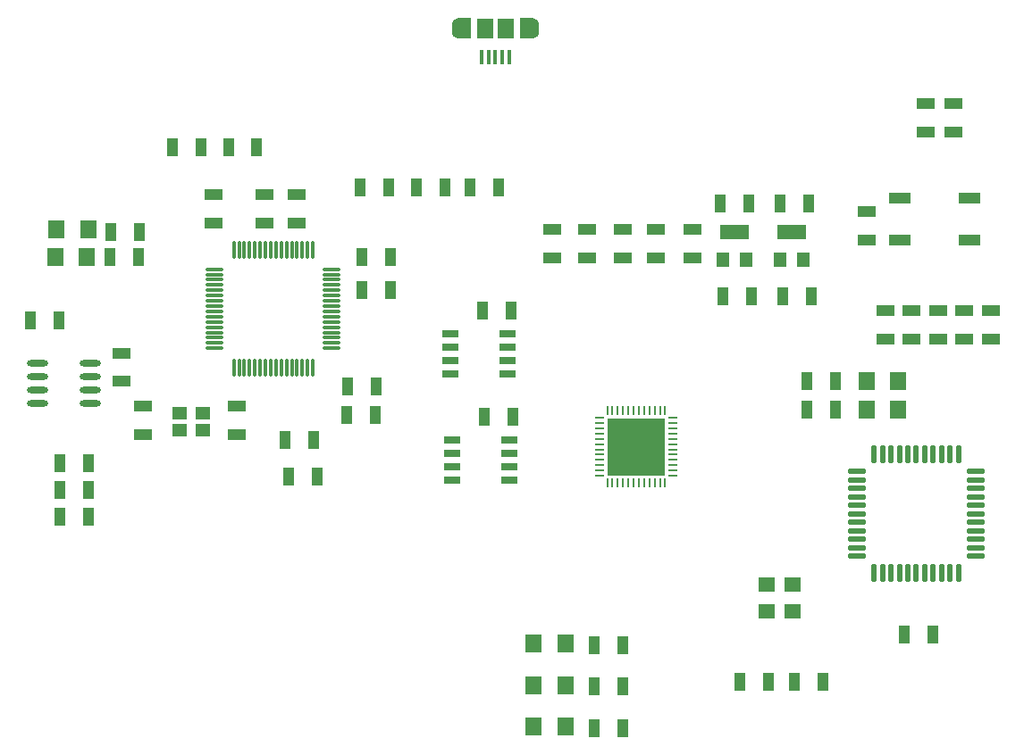
<source format=gtp>
G04*
G04 #@! TF.GenerationSoftware,Altium Limited,Altium Designer,18.1.7 (191)*
G04*
G04 Layer_Color=8421504*
%FSLAX44Y44*%
%MOMM*%
G71*
G01*
G75*
%ADD18C,0.5000*%
%ADD19R,1.1000X1.7000*%
%ADD20R,1.7000X1.1000*%
%ADD21O,1.7500X0.5500*%
%ADD22O,0.5500X1.7500*%
%ADD23O,1.8000X0.3000*%
%ADD24O,0.3000X1.8000*%
%ADD25R,2.0000X1.0000*%
%ADD26O,2.0000X0.6000*%
%ADD27R,1.5000X1.4000*%
%ADD28R,1.5000X1.9000*%
%ADD29R,0.4000X1.3500*%
%ADD30R,1.6000X1.8000*%
%ADD31R,5.4000X5.4000*%
%ADD32R,0.2200X0.8100*%
%ADD33R,0.8100X0.2200*%
%ADD34R,1.5250X0.6500*%
%ADD35R,2.8000X1.4000*%
%ADD36R,1.2000X1.4000*%
%ADD37R,1.4000X1.2000*%
G36*
X500740Y895460D02*
X495740D01*
Y904460D01*
X500740D01*
X500740Y895460D01*
D02*
G37*
G36*
X423740Y895460D02*
X418740D01*
X418740Y904460D01*
X423740D01*
Y895460D01*
D02*
G37*
G36*
X495740Y890460D02*
X482740D01*
Y909460D01*
X495740D01*
Y890460D01*
D02*
G37*
G36*
X436740D02*
X423740D01*
Y909460D01*
X436740D01*
Y890460D01*
D02*
G37*
G36*
X610209Y485920D02*
X576180D01*
Y519949D01*
X610209D01*
Y485920D01*
D02*
G37*
D18*
X498240Y895460D02*
X497319Y897399D01*
X495234Y897908D01*
X493522Y896613D01*
X493463Y894428D01*
X495146Y893031D01*
X497284Y893493D01*
X498240Y895460D01*
X426240Y895460D02*
X425014Y897611D01*
X426238Y895350D02*
X426240Y895460D01*
X425014Y897611D02*
X424740Y897751D01*
Y893169D02*
X426238Y895350D01*
X424740Y897751D02*
X422371Y897552D01*
X421240Y895460D01*
X422371Y893368D01*
X424740Y893169D01*
X426240Y904460D02*
X425421Y906310D01*
X422877Y906806D01*
X421260Y904780D01*
X422309Y902410D01*
X424896Y902243D01*
X426240Y904460D01*
X498240Y904460D02*
X496752Y906746D01*
X494059Y906310D01*
X493272Y904060D01*
X494728Y902174D01*
X497104Y902365D01*
X498240Y904460D01*
D19*
X756494Y733900D02*
D03*
X729494D02*
D03*
X264160Y474980D02*
D03*
X291160D02*
D03*
X260820Y509025D02*
D03*
X287820D02*
D03*
X95330Y706220D02*
D03*
X122330D02*
D03*
X770135Y280200D02*
D03*
X743135D02*
D03*
X718108Y280200D02*
D03*
X691108D02*
D03*
X45960Y623000D02*
D03*
X18960D02*
D03*
X206750Y787400D02*
D03*
X233751D02*
D03*
X874560Y325120D02*
D03*
X847560D02*
D03*
X319710Y560188D02*
D03*
X346710D02*
D03*
X94830Y683220D02*
D03*
X121830D02*
D03*
X346240Y533400D02*
D03*
X319240D02*
D03*
X74460Y487700D02*
D03*
X47460D02*
D03*
X74460Y462300D02*
D03*
X47460D02*
D03*
X74460Y436900D02*
D03*
X47460D02*
D03*
X782120Y565301D02*
D03*
X755120D02*
D03*
X153595Y787000D02*
D03*
X180595D02*
D03*
X782120Y538302D02*
D03*
X755120D02*
D03*
X580389Y314846D02*
D03*
X553389D02*
D03*
X553389Y275434D02*
D03*
X580389D02*
D03*
X699545Y733900D02*
D03*
X672545D02*
D03*
X476231Y531490D02*
D03*
X449231D02*
D03*
X474609Y632248D02*
D03*
X447609D02*
D03*
X674995Y645757D02*
D03*
X701995D02*
D03*
X731810Y645757D02*
D03*
X758811D02*
D03*
X580389Y236020D02*
D03*
X553389D02*
D03*
X463080Y748928D02*
D03*
X436080D02*
D03*
X411929D02*
D03*
X384929D02*
D03*
X358530Y748928D02*
D03*
X331530D02*
D03*
X360210Y683301D02*
D03*
X333210D02*
D03*
X333210Y651329D02*
D03*
X360210D02*
D03*
D20*
X646900Y682460D02*
D03*
Y709460D02*
D03*
X192450Y715480D02*
D03*
Y742480D02*
D03*
X271780Y715480D02*
D03*
Y742480D02*
D03*
X241300Y715480D02*
D03*
Y742480D02*
D03*
X105410Y591850D02*
D03*
Y564850D02*
D03*
X811470Y698820D02*
D03*
Y725820D02*
D03*
X612140Y709460D02*
D03*
Y682460D02*
D03*
X580225Y709460D02*
D03*
Y682460D02*
D03*
X546887Y709460D02*
D03*
Y682460D02*
D03*
X513550Y709460D02*
D03*
Y682460D02*
D03*
X894080Y801840D02*
D03*
Y828840D02*
D03*
X867091Y801700D02*
D03*
Y828700D02*
D03*
X829300Y632200D02*
D03*
Y605200D02*
D03*
X854300Y632200D02*
D03*
Y605200D02*
D03*
X879300Y632200D02*
D03*
Y605200D02*
D03*
X904299Y632200D02*
D03*
Y605200D02*
D03*
X929300Y632200D02*
D03*
Y605200D02*
D03*
X214310Y514688D02*
D03*
Y541689D02*
D03*
X125810Y514563D02*
D03*
Y541563D02*
D03*
D21*
X915020Y479288D02*
D03*
Y471288D02*
D03*
Y447289D02*
D03*
Y439289D02*
D03*
Y463288D02*
D03*
Y455289D02*
D03*
Y431289D02*
D03*
Y407289D02*
D03*
Y399289D02*
D03*
Y423289D02*
D03*
Y415289D02*
D03*
X802020Y479288D02*
D03*
Y471288D02*
D03*
Y463288D02*
D03*
Y439289D02*
D03*
Y431289D02*
D03*
Y455289D02*
D03*
Y447289D02*
D03*
Y423289D02*
D03*
Y407289D02*
D03*
Y399289D02*
D03*
Y415289D02*
D03*
D22*
X890520Y495789D02*
D03*
X898520D02*
D03*
X874520D02*
D03*
X882520D02*
D03*
X858520D02*
D03*
X866520D02*
D03*
X842520D02*
D03*
X850520D02*
D03*
X866520Y382789D02*
D03*
X874520D02*
D03*
X850520D02*
D03*
X858520D02*
D03*
X890520D02*
D03*
X898520D02*
D03*
X882520D02*
D03*
X826520Y495789D02*
D03*
X834520D02*
D03*
X818520D02*
D03*
Y382789D02*
D03*
X826520D02*
D03*
X834520D02*
D03*
X842520D02*
D03*
D23*
X193860Y596328D02*
D03*
Y601329D02*
D03*
Y606328D02*
D03*
Y611329D02*
D03*
Y616328D02*
D03*
Y621329D02*
D03*
Y626328D02*
D03*
Y631329D02*
D03*
Y636328D02*
D03*
Y641329D02*
D03*
Y646328D02*
D03*
Y651329D02*
D03*
Y656328D02*
D03*
Y661329D02*
D03*
Y666328D02*
D03*
Y671329D02*
D03*
X304860D02*
D03*
Y666328D02*
D03*
Y661329D02*
D03*
Y656328D02*
D03*
Y651329D02*
D03*
Y646328D02*
D03*
Y641329D02*
D03*
Y636328D02*
D03*
Y631329D02*
D03*
Y626328D02*
D03*
Y621329D02*
D03*
Y616328D02*
D03*
Y611329D02*
D03*
Y606328D02*
D03*
Y601329D02*
D03*
Y596328D02*
D03*
D24*
X211860Y689329D02*
D03*
X216860D02*
D03*
X221860D02*
D03*
X226860D02*
D03*
X231860D02*
D03*
X236860D02*
D03*
X241860D02*
D03*
X246860D02*
D03*
X251860D02*
D03*
X256860D02*
D03*
X261860D02*
D03*
X266860D02*
D03*
X271860D02*
D03*
X276860D02*
D03*
X281860D02*
D03*
X286860D02*
D03*
Y578328D02*
D03*
X281860D02*
D03*
X276860D02*
D03*
X271860D02*
D03*
X266860D02*
D03*
X261860D02*
D03*
X256860D02*
D03*
X251860D02*
D03*
X246860D02*
D03*
X241860D02*
D03*
X236860D02*
D03*
X231860D02*
D03*
X226860D02*
D03*
X221860D02*
D03*
X216860D02*
D03*
X211860D02*
D03*
D25*
X909300Y738820D02*
D03*
Y698820D02*
D03*
X843300D02*
D03*
Y738820D02*
D03*
D26*
X75960Y543950D02*
D03*
Y556650D02*
D03*
Y569350D02*
D03*
Y582050D02*
D03*
X25960Y543950D02*
D03*
Y556650D02*
D03*
Y569350D02*
D03*
Y582050D02*
D03*
D27*
X741480Y346780D02*
D03*
X716480D02*
D03*
X741480Y372280D02*
D03*
X716480D02*
D03*
D28*
X469740Y899960D02*
D03*
X449740D02*
D03*
D29*
X472740Y872960D02*
D03*
X453240D02*
D03*
X459740D02*
D03*
X446740D02*
D03*
X466240D02*
D03*
D30*
X43830Y709219D02*
D03*
X73830D02*
D03*
X42830Y683219D02*
D03*
X72830D02*
D03*
X841470Y565301D02*
D03*
X811470D02*
D03*
X841470Y538302D02*
D03*
X811470D02*
D03*
X525990Y316277D02*
D03*
X495990D02*
D03*
X525990Y276863D02*
D03*
X495990D02*
D03*
Y237450D02*
D03*
X525990D02*
D03*
D31*
X593180Y502920D02*
D03*
D32*
X620680Y468420D02*
D03*
X615680D02*
D03*
X610680D02*
D03*
X605680D02*
D03*
X600680D02*
D03*
X595680D02*
D03*
X590680D02*
D03*
X585680D02*
D03*
X580680D02*
D03*
X575680D02*
D03*
X570680D02*
D03*
X565680D02*
D03*
Y537420D02*
D03*
X570680D02*
D03*
X575680D02*
D03*
X580680D02*
D03*
X585680D02*
D03*
X590680D02*
D03*
X595680D02*
D03*
X600680D02*
D03*
X605680D02*
D03*
X610680D02*
D03*
X615680D02*
D03*
X620680D02*
D03*
D33*
X558680Y475420D02*
D03*
Y480420D02*
D03*
Y485420D02*
D03*
Y490420D02*
D03*
Y495420D02*
D03*
Y500420D02*
D03*
Y505420D02*
D03*
Y510420D02*
D03*
Y515420D02*
D03*
Y520420D02*
D03*
Y525420D02*
D03*
Y530420D02*
D03*
X627680D02*
D03*
Y525420D02*
D03*
Y520420D02*
D03*
Y515420D02*
D03*
Y510420D02*
D03*
Y505420D02*
D03*
Y500420D02*
D03*
Y495420D02*
D03*
Y490420D02*
D03*
Y485420D02*
D03*
Y480420D02*
D03*
Y475420D02*
D03*
D34*
X418611Y509025D02*
D03*
Y496325D02*
D03*
Y483625D02*
D03*
Y470925D02*
D03*
X472851D02*
D03*
Y483625D02*
D03*
Y496325D02*
D03*
Y509025D02*
D03*
X416989Y609783D02*
D03*
Y597083D02*
D03*
Y584383D02*
D03*
Y571683D02*
D03*
X471229D02*
D03*
Y584383D02*
D03*
Y597083D02*
D03*
Y609783D02*
D03*
D35*
X740510Y706750D02*
D03*
X686045D02*
D03*
D36*
X751510Y680750D02*
D03*
X729510D02*
D03*
X697045D02*
D03*
X675045D02*
D03*
D37*
X182810Y518413D02*
D03*
X160810D02*
D03*
Y534413D02*
D03*
X182810D02*
D03*
M02*

</source>
